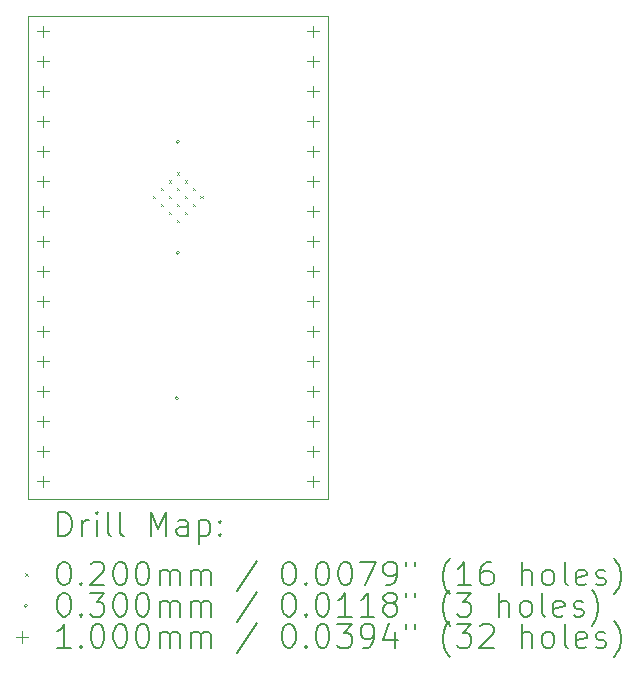
<source format=gbr>
%TF.GenerationSoftware,KiCad,Pcbnew,9.0.6*%
%TF.CreationDate,2026-01-08T16:00:19-06:00*%
%TF.ProjectId,QFN-28_6x6_P0.65,51464e2d-3238-45f3-9678-365f50302e36,rev?*%
%TF.SameCoordinates,Original*%
%TF.FileFunction,Drillmap*%
%TF.FilePolarity,Positive*%
%FSLAX45Y45*%
G04 Gerber Fmt 4.5, Leading zero omitted, Abs format (unit mm)*
G04 Created by KiCad (PCBNEW 9.0.6) date 2026-01-08 16:00:19*
%MOMM*%
%LPD*%
G01*
G04 APERTURE LIST*
%ADD10C,0.050000*%
%ADD11C,0.200000*%
%ADD12C,0.100000*%
G04 APERTURE END LIST*
D10*
X10388600Y-9061623D02*
X12928600Y-9061623D01*
X12928600Y-13151023D01*
X10388600Y-13151023D01*
X10388600Y-9061623D01*
D11*
D12*
X11447075Y-10588323D02*
X11467075Y-10608323D01*
X11467075Y-10588323D02*
X11447075Y-10608323D01*
X11514250Y-10521148D02*
X11534250Y-10541148D01*
X11534250Y-10521148D02*
X11514250Y-10541148D01*
X11514250Y-10655498D02*
X11534250Y-10675498D01*
X11534250Y-10655498D02*
X11514250Y-10675498D01*
X11581425Y-10453973D02*
X11601425Y-10473973D01*
X11601425Y-10453973D02*
X11581425Y-10473973D01*
X11581425Y-10588323D02*
X11601425Y-10608323D01*
X11601425Y-10588323D02*
X11581425Y-10608323D01*
X11581425Y-10722673D02*
X11601425Y-10742673D01*
X11601425Y-10722673D02*
X11581425Y-10742673D01*
X11648600Y-10386798D02*
X11668600Y-10406798D01*
X11668600Y-10386798D02*
X11648600Y-10406798D01*
X11648600Y-10521148D02*
X11668600Y-10541148D01*
X11668600Y-10521148D02*
X11648600Y-10541148D01*
X11648600Y-10655498D02*
X11668600Y-10675498D01*
X11668600Y-10655498D02*
X11648600Y-10675498D01*
X11648600Y-10789848D02*
X11668600Y-10809848D01*
X11668600Y-10789848D02*
X11648600Y-10809848D01*
X11715775Y-10453973D02*
X11735775Y-10473973D01*
X11735775Y-10453973D02*
X11715775Y-10473973D01*
X11715775Y-10588323D02*
X11735775Y-10608323D01*
X11735775Y-10588323D02*
X11715775Y-10608323D01*
X11715775Y-10722673D02*
X11735775Y-10742673D01*
X11735775Y-10722673D02*
X11715775Y-10742673D01*
X11782950Y-10521148D02*
X11802950Y-10541148D01*
X11802950Y-10521148D02*
X11782950Y-10541148D01*
X11782950Y-10655498D02*
X11802950Y-10675498D01*
X11802950Y-10655498D02*
X11782950Y-10675498D01*
X11850125Y-10588323D02*
X11870125Y-10608323D01*
X11870125Y-10588323D02*
X11850125Y-10608323D01*
X11663862Y-12301672D02*
G75*
G02*
X11633862Y-12301672I-15000J0D01*
G01*
X11633862Y-12301672D02*
G75*
G02*
X11663862Y-12301672I15000J0D01*
G01*
X11673600Y-10128423D02*
G75*
G02*
X11643600Y-10128423I-15000J0D01*
G01*
X11643600Y-10128423D02*
G75*
G02*
X11673600Y-10128423I15000J0D01*
G01*
X11673600Y-11068223D02*
G75*
G02*
X11643600Y-11068223I-15000J0D01*
G01*
X11643600Y-11068223D02*
G75*
G02*
X11673600Y-11068223I15000J0D01*
G01*
X10515600Y-9144800D02*
X10515600Y-9244800D01*
X10465600Y-9194800D02*
X10565600Y-9194800D01*
X10515600Y-9398800D02*
X10515600Y-9498800D01*
X10465600Y-9448800D02*
X10565600Y-9448800D01*
X10515600Y-9652800D02*
X10515600Y-9752800D01*
X10465600Y-9702800D02*
X10565600Y-9702800D01*
X10515600Y-9906800D02*
X10515600Y-10006800D01*
X10465600Y-9956800D02*
X10565600Y-9956800D01*
X10515600Y-10160800D02*
X10515600Y-10260800D01*
X10465600Y-10210800D02*
X10565600Y-10210800D01*
X10515600Y-10414800D02*
X10515600Y-10514800D01*
X10465600Y-10464800D02*
X10565600Y-10464800D01*
X10515600Y-10668800D02*
X10515600Y-10768800D01*
X10465600Y-10718800D02*
X10565600Y-10718800D01*
X10515600Y-10922800D02*
X10515600Y-11022800D01*
X10465600Y-10972800D02*
X10565600Y-10972800D01*
X10515600Y-11176800D02*
X10515600Y-11276800D01*
X10465600Y-11226800D02*
X10565600Y-11226800D01*
X10515600Y-11430800D02*
X10515600Y-11530800D01*
X10465600Y-11480800D02*
X10565600Y-11480800D01*
X10515600Y-11684800D02*
X10515600Y-11784800D01*
X10465600Y-11734800D02*
X10565600Y-11734800D01*
X10515600Y-11938800D02*
X10515600Y-12038800D01*
X10465600Y-11988800D02*
X10565600Y-11988800D01*
X10515600Y-12192800D02*
X10515600Y-12292800D01*
X10465600Y-12242800D02*
X10565600Y-12242800D01*
X10515600Y-12446800D02*
X10515600Y-12546800D01*
X10465600Y-12496800D02*
X10565600Y-12496800D01*
X10515600Y-12700800D02*
X10515600Y-12800800D01*
X10465600Y-12750800D02*
X10565600Y-12750800D01*
X10515600Y-12954800D02*
X10515600Y-13054800D01*
X10465600Y-13004800D02*
X10565600Y-13004800D01*
X12801600Y-9144800D02*
X12801600Y-9244800D01*
X12751600Y-9194800D02*
X12851600Y-9194800D01*
X12801600Y-9398800D02*
X12801600Y-9498800D01*
X12751600Y-9448800D02*
X12851600Y-9448800D01*
X12801600Y-9652800D02*
X12801600Y-9752800D01*
X12751600Y-9702800D02*
X12851600Y-9702800D01*
X12801600Y-9906800D02*
X12801600Y-10006800D01*
X12751600Y-9956800D02*
X12851600Y-9956800D01*
X12801600Y-10160800D02*
X12801600Y-10260800D01*
X12751600Y-10210800D02*
X12851600Y-10210800D01*
X12801600Y-10414800D02*
X12801600Y-10514800D01*
X12751600Y-10464800D02*
X12851600Y-10464800D01*
X12801600Y-10668800D02*
X12801600Y-10768800D01*
X12751600Y-10718800D02*
X12851600Y-10718800D01*
X12801600Y-10922800D02*
X12801600Y-11022800D01*
X12751600Y-10972800D02*
X12851600Y-10972800D01*
X12801600Y-11176800D02*
X12801600Y-11276800D01*
X12751600Y-11226800D02*
X12851600Y-11226800D01*
X12801600Y-11430800D02*
X12801600Y-11530800D01*
X12751600Y-11480800D02*
X12851600Y-11480800D01*
X12801600Y-11684800D02*
X12801600Y-11784800D01*
X12751600Y-11734800D02*
X12851600Y-11734800D01*
X12801600Y-11938800D02*
X12801600Y-12038800D01*
X12751600Y-11988800D02*
X12851600Y-11988800D01*
X12801600Y-12192800D02*
X12801600Y-12292800D01*
X12751600Y-12242800D02*
X12851600Y-12242800D01*
X12801600Y-12446800D02*
X12801600Y-12546800D01*
X12751600Y-12496800D02*
X12851600Y-12496800D01*
X12801600Y-12700800D02*
X12801600Y-12800800D01*
X12751600Y-12750800D02*
X12851600Y-12750800D01*
X12801600Y-12954800D02*
X12801600Y-13054800D01*
X12751600Y-13004800D02*
X12851600Y-13004800D01*
D11*
X10646877Y-13465007D02*
X10646877Y-13265007D01*
X10646877Y-13265007D02*
X10694496Y-13265007D01*
X10694496Y-13265007D02*
X10723067Y-13274531D01*
X10723067Y-13274531D02*
X10742115Y-13293578D01*
X10742115Y-13293578D02*
X10751639Y-13312626D01*
X10751639Y-13312626D02*
X10761163Y-13350721D01*
X10761163Y-13350721D02*
X10761163Y-13379292D01*
X10761163Y-13379292D02*
X10751639Y-13417388D01*
X10751639Y-13417388D02*
X10742115Y-13436435D01*
X10742115Y-13436435D02*
X10723067Y-13455483D01*
X10723067Y-13455483D02*
X10694496Y-13465007D01*
X10694496Y-13465007D02*
X10646877Y-13465007D01*
X10846877Y-13465007D02*
X10846877Y-13331673D01*
X10846877Y-13369769D02*
X10856401Y-13350721D01*
X10856401Y-13350721D02*
X10865924Y-13341197D01*
X10865924Y-13341197D02*
X10884972Y-13331673D01*
X10884972Y-13331673D02*
X10904020Y-13331673D01*
X10970686Y-13465007D02*
X10970686Y-13331673D01*
X10970686Y-13265007D02*
X10961163Y-13274531D01*
X10961163Y-13274531D02*
X10970686Y-13284054D01*
X10970686Y-13284054D02*
X10980210Y-13274531D01*
X10980210Y-13274531D02*
X10970686Y-13265007D01*
X10970686Y-13265007D02*
X10970686Y-13284054D01*
X11094496Y-13465007D02*
X11075448Y-13455483D01*
X11075448Y-13455483D02*
X11065924Y-13436435D01*
X11065924Y-13436435D02*
X11065924Y-13265007D01*
X11199258Y-13465007D02*
X11180210Y-13455483D01*
X11180210Y-13455483D02*
X11170686Y-13436435D01*
X11170686Y-13436435D02*
X11170686Y-13265007D01*
X11427829Y-13465007D02*
X11427829Y-13265007D01*
X11427829Y-13265007D02*
X11494496Y-13407864D01*
X11494496Y-13407864D02*
X11561162Y-13265007D01*
X11561162Y-13265007D02*
X11561162Y-13465007D01*
X11742115Y-13465007D02*
X11742115Y-13360245D01*
X11742115Y-13360245D02*
X11732591Y-13341197D01*
X11732591Y-13341197D02*
X11713543Y-13331673D01*
X11713543Y-13331673D02*
X11675448Y-13331673D01*
X11675448Y-13331673D02*
X11656401Y-13341197D01*
X11742115Y-13455483D02*
X11723067Y-13465007D01*
X11723067Y-13465007D02*
X11675448Y-13465007D01*
X11675448Y-13465007D02*
X11656401Y-13455483D01*
X11656401Y-13455483D02*
X11646877Y-13436435D01*
X11646877Y-13436435D02*
X11646877Y-13417388D01*
X11646877Y-13417388D02*
X11656401Y-13398340D01*
X11656401Y-13398340D02*
X11675448Y-13388816D01*
X11675448Y-13388816D02*
X11723067Y-13388816D01*
X11723067Y-13388816D02*
X11742115Y-13379292D01*
X11837353Y-13331673D02*
X11837353Y-13531673D01*
X11837353Y-13341197D02*
X11856401Y-13331673D01*
X11856401Y-13331673D02*
X11894496Y-13331673D01*
X11894496Y-13331673D02*
X11913543Y-13341197D01*
X11913543Y-13341197D02*
X11923067Y-13350721D01*
X11923067Y-13350721D02*
X11932591Y-13369769D01*
X11932591Y-13369769D02*
X11932591Y-13426911D01*
X11932591Y-13426911D02*
X11923067Y-13445959D01*
X11923067Y-13445959D02*
X11913543Y-13455483D01*
X11913543Y-13455483D02*
X11894496Y-13465007D01*
X11894496Y-13465007D02*
X11856401Y-13465007D01*
X11856401Y-13465007D02*
X11837353Y-13455483D01*
X12018305Y-13445959D02*
X12027829Y-13455483D01*
X12027829Y-13455483D02*
X12018305Y-13465007D01*
X12018305Y-13465007D02*
X12008782Y-13455483D01*
X12008782Y-13455483D02*
X12018305Y-13445959D01*
X12018305Y-13445959D02*
X12018305Y-13465007D01*
X12018305Y-13341197D02*
X12027829Y-13350721D01*
X12027829Y-13350721D02*
X12018305Y-13360245D01*
X12018305Y-13360245D02*
X12008782Y-13350721D01*
X12008782Y-13350721D02*
X12018305Y-13341197D01*
X12018305Y-13341197D02*
X12018305Y-13360245D01*
D12*
X10366100Y-13783523D02*
X10386100Y-13803523D01*
X10386100Y-13783523D02*
X10366100Y-13803523D01*
D11*
X10684972Y-13685007D02*
X10704020Y-13685007D01*
X10704020Y-13685007D02*
X10723067Y-13694531D01*
X10723067Y-13694531D02*
X10732591Y-13704054D01*
X10732591Y-13704054D02*
X10742115Y-13723102D01*
X10742115Y-13723102D02*
X10751639Y-13761197D01*
X10751639Y-13761197D02*
X10751639Y-13808816D01*
X10751639Y-13808816D02*
X10742115Y-13846911D01*
X10742115Y-13846911D02*
X10732591Y-13865959D01*
X10732591Y-13865959D02*
X10723067Y-13875483D01*
X10723067Y-13875483D02*
X10704020Y-13885007D01*
X10704020Y-13885007D02*
X10684972Y-13885007D01*
X10684972Y-13885007D02*
X10665924Y-13875483D01*
X10665924Y-13875483D02*
X10656401Y-13865959D01*
X10656401Y-13865959D02*
X10646877Y-13846911D01*
X10646877Y-13846911D02*
X10637353Y-13808816D01*
X10637353Y-13808816D02*
X10637353Y-13761197D01*
X10637353Y-13761197D02*
X10646877Y-13723102D01*
X10646877Y-13723102D02*
X10656401Y-13704054D01*
X10656401Y-13704054D02*
X10665924Y-13694531D01*
X10665924Y-13694531D02*
X10684972Y-13685007D01*
X10837353Y-13865959D02*
X10846877Y-13875483D01*
X10846877Y-13875483D02*
X10837353Y-13885007D01*
X10837353Y-13885007D02*
X10827829Y-13875483D01*
X10827829Y-13875483D02*
X10837353Y-13865959D01*
X10837353Y-13865959D02*
X10837353Y-13885007D01*
X10923067Y-13704054D02*
X10932591Y-13694531D01*
X10932591Y-13694531D02*
X10951639Y-13685007D01*
X10951639Y-13685007D02*
X10999258Y-13685007D01*
X10999258Y-13685007D02*
X11018305Y-13694531D01*
X11018305Y-13694531D02*
X11027829Y-13704054D01*
X11027829Y-13704054D02*
X11037353Y-13723102D01*
X11037353Y-13723102D02*
X11037353Y-13742150D01*
X11037353Y-13742150D02*
X11027829Y-13770721D01*
X11027829Y-13770721D02*
X10913544Y-13885007D01*
X10913544Y-13885007D02*
X11037353Y-13885007D01*
X11161163Y-13685007D02*
X11180210Y-13685007D01*
X11180210Y-13685007D02*
X11199258Y-13694531D01*
X11199258Y-13694531D02*
X11208782Y-13704054D01*
X11208782Y-13704054D02*
X11218305Y-13723102D01*
X11218305Y-13723102D02*
X11227829Y-13761197D01*
X11227829Y-13761197D02*
X11227829Y-13808816D01*
X11227829Y-13808816D02*
X11218305Y-13846911D01*
X11218305Y-13846911D02*
X11208782Y-13865959D01*
X11208782Y-13865959D02*
X11199258Y-13875483D01*
X11199258Y-13875483D02*
X11180210Y-13885007D01*
X11180210Y-13885007D02*
X11161163Y-13885007D01*
X11161163Y-13885007D02*
X11142115Y-13875483D01*
X11142115Y-13875483D02*
X11132591Y-13865959D01*
X11132591Y-13865959D02*
X11123067Y-13846911D01*
X11123067Y-13846911D02*
X11113544Y-13808816D01*
X11113544Y-13808816D02*
X11113544Y-13761197D01*
X11113544Y-13761197D02*
X11123067Y-13723102D01*
X11123067Y-13723102D02*
X11132591Y-13704054D01*
X11132591Y-13704054D02*
X11142115Y-13694531D01*
X11142115Y-13694531D02*
X11161163Y-13685007D01*
X11351639Y-13685007D02*
X11370686Y-13685007D01*
X11370686Y-13685007D02*
X11389734Y-13694531D01*
X11389734Y-13694531D02*
X11399258Y-13704054D01*
X11399258Y-13704054D02*
X11408782Y-13723102D01*
X11408782Y-13723102D02*
X11418305Y-13761197D01*
X11418305Y-13761197D02*
X11418305Y-13808816D01*
X11418305Y-13808816D02*
X11408782Y-13846911D01*
X11408782Y-13846911D02*
X11399258Y-13865959D01*
X11399258Y-13865959D02*
X11389734Y-13875483D01*
X11389734Y-13875483D02*
X11370686Y-13885007D01*
X11370686Y-13885007D02*
X11351639Y-13885007D01*
X11351639Y-13885007D02*
X11332591Y-13875483D01*
X11332591Y-13875483D02*
X11323067Y-13865959D01*
X11323067Y-13865959D02*
X11313543Y-13846911D01*
X11313543Y-13846911D02*
X11304020Y-13808816D01*
X11304020Y-13808816D02*
X11304020Y-13761197D01*
X11304020Y-13761197D02*
X11313543Y-13723102D01*
X11313543Y-13723102D02*
X11323067Y-13704054D01*
X11323067Y-13704054D02*
X11332591Y-13694531D01*
X11332591Y-13694531D02*
X11351639Y-13685007D01*
X11504020Y-13885007D02*
X11504020Y-13751673D01*
X11504020Y-13770721D02*
X11513543Y-13761197D01*
X11513543Y-13761197D02*
X11532591Y-13751673D01*
X11532591Y-13751673D02*
X11561163Y-13751673D01*
X11561163Y-13751673D02*
X11580210Y-13761197D01*
X11580210Y-13761197D02*
X11589734Y-13780245D01*
X11589734Y-13780245D02*
X11589734Y-13885007D01*
X11589734Y-13780245D02*
X11599258Y-13761197D01*
X11599258Y-13761197D02*
X11618305Y-13751673D01*
X11618305Y-13751673D02*
X11646877Y-13751673D01*
X11646877Y-13751673D02*
X11665924Y-13761197D01*
X11665924Y-13761197D02*
X11675448Y-13780245D01*
X11675448Y-13780245D02*
X11675448Y-13885007D01*
X11770686Y-13885007D02*
X11770686Y-13751673D01*
X11770686Y-13770721D02*
X11780210Y-13761197D01*
X11780210Y-13761197D02*
X11799258Y-13751673D01*
X11799258Y-13751673D02*
X11827829Y-13751673D01*
X11827829Y-13751673D02*
X11846877Y-13761197D01*
X11846877Y-13761197D02*
X11856401Y-13780245D01*
X11856401Y-13780245D02*
X11856401Y-13885007D01*
X11856401Y-13780245D02*
X11865924Y-13761197D01*
X11865924Y-13761197D02*
X11884972Y-13751673D01*
X11884972Y-13751673D02*
X11913543Y-13751673D01*
X11913543Y-13751673D02*
X11932591Y-13761197D01*
X11932591Y-13761197D02*
X11942115Y-13780245D01*
X11942115Y-13780245D02*
X11942115Y-13885007D01*
X12332591Y-13675483D02*
X12161163Y-13932626D01*
X12589734Y-13685007D02*
X12608782Y-13685007D01*
X12608782Y-13685007D02*
X12627829Y-13694531D01*
X12627829Y-13694531D02*
X12637353Y-13704054D01*
X12637353Y-13704054D02*
X12646877Y-13723102D01*
X12646877Y-13723102D02*
X12656401Y-13761197D01*
X12656401Y-13761197D02*
X12656401Y-13808816D01*
X12656401Y-13808816D02*
X12646877Y-13846911D01*
X12646877Y-13846911D02*
X12637353Y-13865959D01*
X12637353Y-13865959D02*
X12627829Y-13875483D01*
X12627829Y-13875483D02*
X12608782Y-13885007D01*
X12608782Y-13885007D02*
X12589734Y-13885007D01*
X12589734Y-13885007D02*
X12570686Y-13875483D01*
X12570686Y-13875483D02*
X12561163Y-13865959D01*
X12561163Y-13865959D02*
X12551639Y-13846911D01*
X12551639Y-13846911D02*
X12542115Y-13808816D01*
X12542115Y-13808816D02*
X12542115Y-13761197D01*
X12542115Y-13761197D02*
X12551639Y-13723102D01*
X12551639Y-13723102D02*
X12561163Y-13704054D01*
X12561163Y-13704054D02*
X12570686Y-13694531D01*
X12570686Y-13694531D02*
X12589734Y-13685007D01*
X12742115Y-13865959D02*
X12751639Y-13875483D01*
X12751639Y-13875483D02*
X12742115Y-13885007D01*
X12742115Y-13885007D02*
X12732591Y-13875483D01*
X12732591Y-13875483D02*
X12742115Y-13865959D01*
X12742115Y-13865959D02*
X12742115Y-13885007D01*
X12875448Y-13685007D02*
X12894496Y-13685007D01*
X12894496Y-13685007D02*
X12913544Y-13694531D01*
X12913544Y-13694531D02*
X12923067Y-13704054D01*
X12923067Y-13704054D02*
X12932591Y-13723102D01*
X12932591Y-13723102D02*
X12942115Y-13761197D01*
X12942115Y-13761197D02*
X12942115Y-13808816D01*
X12942115Y-13808816D02*
X12932591Y-13846911D01*
X12932591Y-13846911D02*
X12923067Y-13865959D01*
X12923067Y-13865959D02*
X12913544Y-13875483D01*
X12913544Y-13875483D02*
X12894496Y-13885007D01*
X12894496Y-13885007D02*
X12875448Y-13885007D01*
X12875448Y-13885007D02*
X12856401Y-13875483D01*
X12856401Y-13875483D02*
X12846877Y-13865959D01*
X12846877Y-13865959D02*
X12837353Y-13846911D01*
X12837353Y-13846911D02*
X12827829Y-13808816D01*
X12827829Y-13808816D02*
X12827829Y-13761197D01*
X12827829Y-13761197D02*
X12837353Y-13723102D01*
X12837353Y-13723102D02*
X12846877Y-13704054D01*
X12846877Y-13704054D02*
X12856401Y-13694531D01*
X12856401Y-13694531D02*
X12875448Y-13685007D01*
X13065925Y-13685007D02*
X13084972Y-13685007D01*
X13084972Y-13685007D02*
X13104020Y-13694531D01*
X13104020Y-13694531D02*
X13113544Y-13704054D01*
X13113544Y-13704054D02*
X13123067Y-13723102D01*
X13123067Y-13723102D02*
X13132591Y-13761197D01*
X13132591Y-13761197D02*
X13132591Y-13808816D01*
X13132591Y-13808816D02*
X13123067Y-13846911D01*
X13123067Y-13846911D02*
X13113544Y-13865959D01*
X13113544Y-13865959D02*
X13104020Y-13875483D01*
X13104020Y-13875483D02*
X13084972Y-13885007D01*
X13084972Y-13885007D02*
X13065925Y-13885007D01*
X13065925Y-13885007D02*
X13046877Y-13875483D01*
X13046877Y-13875483D02*
X13037353Y-13865959D01*
X13037353Y-13865959D02*
X13027829Y-13846911D01*
X13027829Y-13846911D02*
X13018306Y-13808816D01*
X13018306Y-13808816D02*
X13018306Y-13761197D01*
X13018306Y-13761197D02*
X13027829Y-13723102D01*
X13027829Y-13723102D02*
X13037353Y-13704054D01*
X13037353Y-13704054D02*
X13046877Y-13694531D01*
X13046877Y-13694531D02*
X13065925Y-13685007D01*
X13199258Y-13685007D02*
X13332591Y-13685007D01*
X13332591Y-13685007D02*
X13246877Y-13885007D01*
X13418306Y-13885007D02*
X13456401Y-13885007D01*
X13456401Y-13885007D02*
X13475448Y-13875483D01*
X13475448Y-13875483D02*
X13484972Y-13865959D01*
X13484972Y-13865959D02*
X13504020Y-13837388D01*
X13504020Y-13837388D02*
X13513544Y-13799292D01*
X13513544Y-13799292D02*
X13513544Y-13723102D01*
X13513544Y-13723102D02*
X13504020Y-13704054D01*
X13504020Y-13704054D02*
X13494496Y-13694531D01*
X13494496Y-13694531D02*
X13475448Y-13685007D01*
X13475448Y-13685007D02*
X13437353Y-13685007D01*
X13437353Y-13685007D02*
X13418306Y-13694531D01*
X13418306Y-13694531D02*
X13408782Y-13704054D01*
X13408782Y-13704054D02*
X13399258Y-13723102D01*
X13399258Y-13723102D02*
X13399258Y-13770721D01*
X13399258Y-13770721D02*
X13408782Y-13789769D01*
X13408782Y-13789769D02*
X13418306Y-13799292D01*
X13418306Y-13799292D02*
X13437353Y-13808816D01*
X13437353Y-13808816D02*
X13475448Y-13808816D01*
X13475448Y-13808816D02*
X13494496Y-13799292D01*
X13494496Y-13799292D02*
X13504020Y-13789769D01*
X13504020Y-13789769D02*
X13513544Y-13770721D01*
X13589734Y-13685007D02*
X13589734Y-13723102D01*
X13665925Y-13685007D02*
X13665925Y-13723102D01*
X13961163Y-13961197D02*
X13951639Y-13951673D01*
X13951639Y-13951673D02*
X13932591Y-13923102D01*
X13932591Y-13923102D02*
X13923068Y-13904054D01*
X13923068Y-13904054D02*
X13913544Y-13875483D01*
X13913544Y-13875483D02*
X13904020Y-13827864D01*
X13904020Y-13827864D02*
X13904020Y-13789769D01*
X13904020Y-13789769D02*
X13913544Y-13742150D01*
X13913544Y-13742150D02*
X13923068Y-13713578D01*
X13923068Y-13713578D02*
X13932591Y-13694531D01*
X13932591Y-13694531D02*
X13951639Y-13665959D01*
X13951639Y-13665959D02*
X13961163Y-13656435D01*
X14142115Y-13885007D02*
X14027829Y-13885007D01*
X14084972Y-13885007D02*
X14084972Y-13685007D01*
X14084972Y-13685007D02*
X14065925Y-13713578D01*
X14065925Y-13713578D02*
X14046877Y-13732626D01*
X14046877Y-13732626D02*
X14027829Y-13742150D01*
X14313544Y-13685007D02*
X14275448Y-13685007D01*
X14275448Y-13685007D02*
X14256401Y-13694531D01*
X14256401Y-13694531D02*
X14246877Y-13704054D01*
X14246877Y-13704054D02*
X14227829Y-13732626D01*
X14227829Y-13732626D02*
X14218306Y-13770721D01*
X14218306Y-13770721D02*
X14218306Y-13846911D01*
X14218306Y-13846911D02*
X14227829Y-13865959D01*
X14227829Y-13865959D02*
X14237353Y-13875483D01*
X14237353Y-13875483D02*
X14256401Y-13885007D01*
X14256401Y-13885007D02*
X14294496Y-13885007D01*
X14294496Y-13885007D02*
X14313544Y-13875483D01*
X14313544Y-13875483D02*
X14323068Y-13865959D01*
X14323068Y-13865959D02*
X14332591Y-13846911D01*
X14332591Y-13846911D02*
X14332591Y-13799292D01*
X14332591Y-13799292D02*
X14323068Y-13780245D01*
X14323068Y-13780245D02*
X14313544Y-13770721D01*
X14313544Y-13770721D02*
X14294496Y-13761197D01*
X14294496Y-13761197D02*
X14256401Y-13761197D01*
X14256401Y-13761197D02*
X14237353Y-13770721D01*
X14237353Y-13770721D02*
X14227829Y-13780245D01*
X14227829Y-13780245D02*
X14218306Y-13799292D01*
X14570687Y-13885007D02*
X14570687Y-13685007D01*
X14656401Y-13885007D02*
X14656401Y-13780245D01*
X14656401Y-13780245D02*
X14646877Y-13761197D01*
X14646877Y-13761197D02*
X14627830Y-13751673D01*
X14627830Y-13751673D02*
X14599258Y-13751673D01*
X14599258Y-13751673D02*
X14580210Y-13761197D01*
X14580210Y-13761197D02*
X14570687Y-13770721D01*
X14780210Y-13885007D02*
X14761163Y-13875483D01*
X14761163Y-13875483D02*
X14751639Y-13865959D01*
X14751639Y-13865959D02*
X14742115Y-13846911D01*
X14742115Y-13846911D02*
X14742115Y-13789769D01*
X14742115Y-13789769D02*
X14751639Y-13770721D01*
X14751639Y-13770721D02*
X14761163Y-13761197D01*
X14761163Y-13761197D02*
X14780210Y-13751673D01*
X14780210Y-13751673D02*
X14808782Y-13751673D01*
X14808782Y-13751673D02*
X14827830Y-13761197D01*
X14827830Y-13761197D02*
X14837353Y-13770721D01*
X14837353Y-13770721D02*
X14846877Y-13789769D01*
X14846877Y-13789769D02*
X14846877Y-13846911D01*
X14846877Y-13846911D02*
X14837353Y-13865959D01*
X14837353Y-13865959D02*
X14827830Y-13875483D01*
X14827830Y-13875483D02*
X14808782Y-13885007D01*
X14808782Y-13885007D02*
X14780210Y-13885007D01*
X14961163Y-13885007D02*
X14942115Y-13875483D01*
X14942115Y-13875483D02*
X14932591Y-13856435D01*
X14932591Y-13856435D02*
X14932591Y-13685007D01*
X15113544Y-13875483D02*
X15094496Y-13885007D01*
X15094496Y-13885007D02*
X15056401Y-13885007D01*
X15056401Y-13885007D02*
X15037353Y-13875483D01*
X15037353Y-13875483D02*
X15027830Y-13856435D01*
X15027830Y-13856435D02*
X15027830Y-13780245D01*
X15027830Y-13780245D02*
X15037353Y-13761197D01*
X15037353Y-13761197D02*
X15056401Y-13751673D01*
X15056401Y-13751673D02*
X15094496Y-13751673D01*
X15094496Y-13751673D02*
X15113544Y-13761197D01*
X15113544Y-13761197D02*
X15123068Y-13780245D01*
X15123068Y-13780245D02*
X15123068Y-13799292D01*
X15123068Y-13799292D02*
X15027830Y-13818340D01*
X15199258Y-13875483D02*
X15218306Y-13885007D01*
X15218306Y-13885007D02*
X15256401Y-13885007D01*
X15256401Y-13885007D02*
X15275449Y-13875483D01*
X15275449Y-13875483D02*
X15284972Y-13856435D01*
X15284972Y-13856435D02*
X15284972Y-13846911D01*
X15284972Y-13846911D02*
X15275449Y-13827864D01*
X15275449Y-13827864D02*
X15256401Y-13818340D01*
X15256401Y-13818340D02*
X15227830Y-13818340D01*
X15227830Y-13818340D02*
X15208782Y-13808816D01*
X15208782Y-13808816D02*
X15199258Y-13789769D01*
X15199258Y-13789769D02*
X15199258Y-13780245D01*
X15199258Y-13780245D02*
X15208782Y-13761197D01*
X15208782Y-13761197D02*
X15227830Y-13751673D01*
X15227830Y-13751673D02*
X15256401Y-13751673D01*
X15256401Y-13751673D02*
X15275449Y-13761197D01*
X15351639Y-13961197D02*
X15361163Y-13951673D01*
X15361163Y-13951673D02*
X15380211Y-13923102D01*
X15380211Y-13923102D02*
X15389734Y-13904054D01*
X15389734Y-13904054D02*
X15399258Y-13875483D01*
X15399258Y-13875483D02*
X15408782Y-13827864D01*
X15408782Y-13827864D02*
X15408782Y-13789769D01*
X15408782Y-13789769D02*
X15399258Y-13742150D01*
X15399258Y-13742150D02*
X15389734Y-13713578D01*
X15389734Y-13713578D02*
X15380211Y-13694531D01*
X15380211Y-13694531D02*
X15361163Y-13665959D01*
X15361163Y-13665959D02*
X15351639Y-13656435D01*
D12*
X10386100Y-14057523D02*
G75*
G02*
X10356100Y-14057523I-15000J0D01*
G01*
X10356100Y-14057523D02*
G75*
G02*
X10386100Y-14057523I15000J0D01*
G01*
D11*
X10684972Y-13949007D02*
X10704020Y-13949007D01*
X10704020Y-13949007D02*
X10723067Y-13958531D01*
X10723067Y-13958531D02*
X10732591Y-13968054D01*
X10732591Y-13968054D02*
X10742115Y-13987102D01*
X10742115Y-13987102D02*
X10751639Y-14025197D01*
X10751639Y-14025197D02*
X10751639Y-14072816D01*
X10751639Y-14072816D02*
X10742115Y-14110911D01*
X10742115Y-14110911D02*
X10732591Y-14129959D01*
X10732591Y-14129959D02*
X10723067Y-14139483D01*
X10723067Y-14139483D02*
X10704020Y-14149007D01*
X10704020Y-14149007D02*
X10684972Y-14149007D01*
X10684972Y-14149007D02*
X10665924Y-14139483D01*
X10665924Y-14139483D02*
X10656401Y-14129959D01*
X10656401Y-14129959D02*
X10646877Y-14110911D01*
X10646877Y-14110911D02*
X10637353Y-14072816D01*
X10637353Y-14072816D02*
X10637353Y-14025197D01*
X10637353Y-14025197D02*
X10646877Y-13987102D01*
X10646877Y-13987102D02*
X10656401Y-13968054D01*
X10656401Y-13968054D02*
X10665924Y-13958531D01*
X10665924Y-13958531D02*
X10684972Y-13949007D01*
X10837353Y-14129959D02*
X10846877Y-14139483D01*
X10846877Y-14139483D02*
X10837353Y-14149007D01*
X10837353Y-14149007D02*
X10827829Y-14139483D01*
X10827829Y-14139483D02*
X10837353Y-14129959D01*
X10837353Y-14129959D02*
X10837353Y-14149007D01*
X10913544Y-13949007D02*
X11037353Y-13949007D01*
X11037353Y-13949007D02*
X10970686Y-14025197D01*
X10970686Y-14025197D02*
X10999258Y-14025197D01*
X10999258Y-14025197D02*
X11018305Y-14034721D01*
X11018305Y-14034721D02*
X11027829Y-14044245D01*
X11027829Y-14044245D02*
X11037353Y-14063292D01*
X11037353Y-14063292D02*
X11037353Y-14110911D01*
X11037353Y-14110911D02*
X11027829Y-14129959D01*
X11027829Y-14129959D02*
X11018305Y-14139483D01*
X11018305Y-14139483D02*
X10999258Y-14149007D01*
X10999258Y-14149007D02*
X10942115Y-14149007D01*
X10942115Y-14149007D02*
X10923067Y-14139483D01*
X10923067Y-14139483D02*
X10913544Y-14129959D01*
X11161163Y-13949007D02*
X11180210Y-13949007D01*
X11180210Y-13949007D02*
X11199258Y-13958531D01*
X11199258Y-13958531D02*
X11208782Y-13968054D01*
X11208782Y-13968054D02*
X11218305Y-13987102D01*
X11218305Y-13987102D02*
X11227829Y-14025197D01*
X11227829Y-14025197D02*
X11227829Y-14072816D01*
X11227829Y-14072816D02*
X11218305Y-14110911D01*
X11218305Y-14110911D02*
X11208782Y-14129959D01*
X11208782Y-14129959D02*
X11199258Y-14139483D01*
X11199258Y-14139483D02*
X11180210Y-14149007D01*
X11180210Y-14149007D02*
X11161163Y-14149007D01*
X11161163Y-14149007D02*
X11142115Y-14139483D01*
X11142115Y-14139483D02*
X11132591Y-14129959D01*
X11132591Y-14129959D02*
X11123067Y-14110911D01*
X11123067Y-14110911D02*
X11113544Y-14072816D01*
X11113544Y-14072816D02*
X11113544Y-14025197D01*
X11113544Y-14025197D02*
X11123067Y-13987102D01*
X11123067Y-13987102D02*
X11132591Y-13968054D01*
X11132591Y-13968054D02*
X11142115Y-13958531D01*
X11142115Y-13958531D02*
X11161163Y-13949007D01*
X11351639Y-13949007D02*
X11370686Y-13949007D01*
X11370686Y-13949007D02*
X11389734Y-13958531D01*
X11389734Y-13958531D02*
X11399258Y-13968054D01*
X11399258Y-13968054D02*
X11408782Y-13987102D01*
X11408782Y-13987102D02*
X11418305Y-14025197D01*
X11418305Y-14025197D02*
X11418305Y-14072816D01*
X11418305Y-14072816D02*
X11408782Y-14110911D01*
X11408782Y-14110911D02*
X11399258Y-14129959D01*
X11399258Y-14129959D02*
X11389734Y-14139483D01*
X11389734Y-14139483D02*
X11370686Y-14149007D01*
X11370686Y-14149007D02*
X11351639Y-14149007D01*
X11351639Y-14149007D02*
X11332591Y-14139483D01*
X11332591Y-14139483D02*
X11323067Y-14129959D01*
X11323067Y-14129959D02*
X11313543Y-14110911D01*
X11313543Y-14110911D02*
X11304020Y-14072816D01*
X11304020Y-14072816D02*
X11304020Y-14025197D01*
X11304020Y-14025197D02*
X11313543Y-13987102D01*
X11313543Y-13987102D02*
X11323067Y-13968054D01*
X11323067Y-13968054D02*
X11332591Y-13958531D01*
X11332591Y-13958531D02*
X11351639Y-13949007D01*
X11504020Y-14149007D02*
X11504020Y-14015673D01*
X11504020Y-14034721D02*
X11513543Y-14025197D01*
X11513543Y-14025197D02*
X11532591Y-14015673D01*
X11532591Y-14015673D02*
X11561163Y-14015673D01*
X11561163Y-14015673D02*
X11580210Y-14025197D01*
X11580210Y-14025197D02*
X11589734Y-14044245D01*
X11589734Y-14044245D02*
X11589734Y-14149007D01*
X11589734Y-14044245D02*
X11599258Y-14025197D01*
X11599258Y-14025197D02*
X11618305Y-14015673D01*
X11618305Y-14015673D02*
X11646877Y-14015673D01*
X11646877Y-14015673D02*
X11665924Y-14025197D01*
X11665924Y-14025197D02*
X11675448Y-14044245D01*
X11675448Y-14044245D02*
X11675448Y-14149007D01*
X11770686Y-14149007D02*
X11770686Y-14015673D01*
X11770686Y-14034721D02*
X11780210Y-14025197D01*
X11780210Y-14025197D02*
X11799258Y-14015673D01*
X11799258Y-14015673D02*
X11827829Y-14015673D01*
X11827829Y-14015673D02*
X11846877Y-14025197D01*
X11846877Y-14025197D02*
X11856401Y-14044245D01*
X11856401Y-14044245D02*
X11856401Y-14149007D01*
X11856401Y-14044245D02*
X11865924Y-14025197D01*
X11865924Y-14025197D02*
X11884972Y-14015673D01*
X11884972Y-14015673D02*
X11913543Y-14015673D01*
X11913543Y-14015673D02*
X11932591Y-14025197D01*
X11932591Y-14025197D02*
X11942115Y-14044245D01*
X11942115Y-14044245D02*
X11942115Y-14149007D01*
X12332591Y-13939483D02*
X12161163Y-14196626D01*
X12589734Y-13949007D02*
X12608782Y-13949007D01*
X12608782Y-13949007D02*
X12627829Y-13958531D01*
X12627829Y-13958531D02*
X12637353Y-13968054D01*
X12637353Y-13968054D02*
X12646877Y-13987102D01*
X12646877Y-13987102D02*
X12656401Y-14025197D01*
X12656401Y-14025197D02*
X12656401Y-14072816D01*
X12656401Y-14072816D02*
X12646877Y-14110911D01*
X12646877Y-14110911D02*
X12637353Y-14129959D01*
X12637353Y-14129959D02*
X12627829Y-14139483D01*
X12627829Y-14139483D02*
X12608782Y-14149007D01*
X12608782Y-14149007D02*
X12589734Y-14149007D01*
X12589734Y-14149007D02*
X12570686Y-14139483D01*
X12570686Y-14139483D02*
X12561163Y-14129959D01*
X12561163Y-14129959D02*
X12551639Y-14110911D01*
X12551639Y-14110911D02*
X12542115Y-14072816D01*
X12542115Y-14072816D02*
X12542115Y-14025197D01*
X12542115Y-14025197D02*
X12551639Y-13987102D01*
X12551639Y-13987102D02*
X12561163Y-13968054D01*
X12561163Y-13968054D02*
X12570686Y-13958531D01*
X12570686Y-13958531D02*
X12589734Y-13949007D01*
X12742115Y-14129959D02*
X12751639Y-14139483D01*
X12751639Y-14139483D02*
X12742115Y-14149007D01*
X12742115Y-14149007D02*
X12732591Y-14139483D01*
X12732591Y-14139483D02*
X12742115Y-14129959D01*
X12742115Y-14129959D02*
X12742115Y-14149007D01*
X12875448Y-13949007D02*
X12894496Y-13949007D01*
X12894496Y-13949007D02*
X12913544Y-13958531D01*
X12913544Y-13958531D02*
X12923067Y-13968054D01*
X12923067Y-13968054D02*
X12932591Y-13987102D01*
X12932591Y-13987102D02*
X12942115Y-14025197D01*
X12942115Y-14025197D02*
X12942115Y-14072816D01*
X12942115Y-14072816D02*
X12932591Y-14110911D01*
X12932591Y-14110911D02*
X12923067Y-14129959D01*
X12923067Y-14129959D02*
X12913544Y-14139483D01*
X12913544Y-14139483D02*
X12894496Y-14149007D01*
X12894496Y-14149007D02*
X12875448Y-14149007D01*
X12875448Y-14149007D02*
X12856401Y-14139483D01*
X12856401Y-14139483D02*
X12846877Y-14129959D01*
X12846877Y-14129959D02*
X12837353Y-14110911D01*
X12837353Y-14110911D02*
X12827829Y-14072816D01*
X12827829Y-14072816D02*
X12827829Y-14025197D01*
X12827829Y-14025197D02*
X12837353Y-13987102D01*
X12837353Y-13987102D02*
X12846877Y-13968054D01*
X12846877Y-13968054D02*
X12856401Y-13958531D01*
X12856401Y-13958531D02*
X12875448Y-13949007D01*
X13132591Y-14149007D02*
X13018306Y-14149007D01*
X13075448Y-14149007D02*
X13075448Y-13949007D01*
X13075448Y-13949007D02*
X13056401Y-13977578D01*
X13056401Y-13977578D02*
X13037353Y-13996626D01*
X13037353Y-13996626D02*
X13018306Y-14006150D01*
X13323067Y-14149007D02*
X13208782Y-14149007D01*
X13265925Y-14149007D02*
X13265925Y-13949007D01*
X13265925Y-13949007D02*
X13246877Y-13977578D01*
X13246877Y-13977578D02*
X13227829Y-13996626D01*
X13227829Y-13996626D02*
X13208782Y-14006150D01*
X13437353Y-14034721D02*
X13418306Y-14025197D01*
X13418306Y-14025197D02*
X13408782Y-14015673D01*
X13408782Y-14015673D02*
X13399258Y-13996626D01*
X13399258Y-13996626D02*
X13399258Y-13987102D01*
X13399258Y-13987102D02*
X13408782Y-13968054D01*
X13408782Y-13968054D02*
X13418306Y-13958531D01*
X13418306Y-13958531D02*
X13437353Y-13949007D01*
X13437353Y-13949007D02*
X13475448Y-13949007D01*
X13475448Y-13949007D02*
X13494496Y-13958531D01*
X13494496Y-13958531D02*
X13504020Y-13968054D01*
X13504020Y-13968054D02*
X13513544Y-13987102D01*
X13513544Y-13987102D02*
X13513544Y-13996626D01*
X13513544Y-13996626D02*
X13504020Y-14015673D01*
X13504020Y-14015673D02*
X13494496Y-14025197D01*
X13494496Y-14025197D02*
X13475448Y-14034721D01*
X13475448Y-14034721D02*
X13437353Y-14034721D01*
X13437353Y-14034721D02*
X13418306Y-14044245D01*
X13418306Y-14044245D02*
X13408782Y-14053769D01*
X13408782Y-14053769D02*
X13399258Y-14072816D01*
X13399258Y-14072816D02*
X13399258Y-14110911D01*
X13399258Y-14110911D02*
X13408782Y-14129959D01*
X13408782Y-14129959D02*
X13418306Y-14139483D01*
X13418306Y-14139483D02*
X13437353Y-14149007D01*
X13437353Y-14149007D02*
X13475448Y-14149007D01*
X13475448Y-14149007D02*
X13494496Y-14139483D01*
X13494496Y-14139483D02*
X13504020Y-14129959D01*
X13504020Y-14129959D02*
X13513544Y-14110911D01*
X13513544Y-14110911D02*
X13513544Y-14072816D01*
X13513544Y-14072816D02*
X13504020Y-14053769D01*
X13504020Y-14053769D02*
X13494496Y-14044245D01*
X13494496Y-14044245D02*
X13475448Y-14034721D01*
X13589734Y-13949007D02*
X13589734Y-13987102D01*
X13665925Y-13949007D02*
X13665925Y-13987102D01*
X13961163Y-14225197D02*
X13951639Y-14215673D01*
X13951639Y-14215673D02*
X13932591Y-14187102D01*
X13932591Y-14187102D02*
X13923068Y-14168054D01*
X13923068Y-14168054D02*
X13913544Y-14139483D01*
X13913544Y-14139483D02*
X13904020Y-14091864D01*
X13904020Y-14091864D02*
X13904020Y-14053769D01*
X13904020Y-14053769D02*
X13913544Y-14006150D01*
X13913544Y-14006150D02*
X13923068Y-13977578D01*
X13923068Y-13977578D02*
X13932591Y-13958531D01*
X13932591Y-13958531D02*
X13951639Y-13929959D01*
X13951639Y-13929959D02*
X13961163Y-13920435D01*
X14018306Y-13949007D02*
X14142115Y-13949007D01*
X14142115Y-13949007D02*
X14075448Y-14025197D01*
X14075448Y-14025197D02*
X14104020Y-14025197D01*
X14104020Y-14025197D02*
X14123068Y-14034721D01*
X14123068Y-14034721D02*
X14132591Y-14044245D01*
X14132591Y-14044245D02*
X14142115Y-14063292D01*
X14142115Y-14063292D02*
X14142115Y-14110911D01*
X14142115Y-14110911D02*
X14132591Y-14129959D01*
X14132591Y-14129959D02*
X14123068Y-14139483D01*
X14123068Y-14139483D02*
X14104020Y-14149007D01*
X14104020Y-14149007D02*
X14046877Y-14149007D01*
X14046877Y-14149007D02*
X14027829Y-14139483D01*
X14027829Y-14139483D02*
X14018306Y-14129959D01*
X14380210Y-14149007D02*
X14380210Y-13949007D01*
X14465925Y-14149007D02*
X14465925Y-14044245D01*
X14465925Y-14044245D02*
X14456401Y-14025197D01*
X14456401Y-14025197D02*
X14437353Y-14015673D01*
X14437353Y-14015673D02*
X14408782Y-14015673D01*
X14408782Y-14015673D02*
X14389734Y-14025197D01*
X14389734Y-14025197D02*
X14380210Y-14034721D01*
X14589734Y-14149007D02*
X14570687Y-14139483D01*
X14570687Y-14139483D02*
X14561163Y-14129959D01*
X14561163Y-14129959D02*
X14551639Y-14110911D01*
X14551639Y-14110911D02*
X14551639Y-14053769D01*
X14551639Y-14053769D02*
X14561163Y-14034721D01*
X14561163Y-14034721D02*
X14570687Y-14025197D01*
X14570687Y-14025197D02*
X14589734Y-14015673D01*
X14589734Y-14015673D02*
X14618306Y-14015673D01*
X14618306Y-14015673D02*
X14637353Y-14025197D01*
X14637353Y-14025197D02*
X14646877Y-14034721D01*
X14646877Y-14034721D02*
X14656401Y-14053769D01*
X14656401Y-14053769D02*
X14656401Y-14110911D01*
X14656401Y-14110911D02*
X14646877Y-14129959D01*
X14646877Y-14129959D02*
X14637353Y-14139483D01*
X14637353Y-14139483D02*
X14618306Y-14149007D01*
X14618306Y-14149007D02*
X14589734Y-14149007D01*
X14770687Y-14149007D02*
X14751639Y-14139483D01*
X14751639Y-14139483D02*
X14742115Y-14120435D01*
X14742115Y-14120435D02*
X14742115Y-13949007D01*
X14923068Y-14139483D02*
X14904020Y-14149007D01*
X14904020Y-14149007D02*
X14865925Y-14149007D01*
X14865925Y-14149007D02*
X14846877Y-14139483D01*
X14846877Y-14139483D02*
X14837353Y-14120435D01*
X14837353Y-14120435D02*
X14837353Y-14044245D01*
X14837353Y-14044245D02*
X14846877Y-14025197D01*
X14846877Y-14025197D02*
X14865925Y-14015673D01*
X14865925Y-14015673D02*
X14904020Y-14015673D01*
X14904020Y-14015673D02*
X14923068Y-14025197D01*
X14923068Y-14025197D02*
X14932591Y-14044245D01*
X14932591Y-14044245D02*
X14932591Y-14063292D01*
X14932591Y-14063292D02*
X14837353Y-14082340D01*
X15008782Y-14139483D02*
X15027830Y-14149007D01*
X15027830Y-14149007D02*
X15065925Y-14149007D01*
X15065925Y-14149007D02*
X15084972Y-14139483D01*
X15084972Y-14139483D02*
X15094496Y-14120435D01*
X15094496Y-14120435D02*
X15094496Y-14110911D01*
X15094496Y-14110911D02*
X15084972Y-14091864D01*
X15084972Y-14091864D02*
X15065925Y-14082340D01*
X15065925Y-14082340D02*
X15037353Y-14082340D01*
X15037353Y-14082340D02*
X15018306Y-14072816D01*
X15018306Y-14072816D02*
X15008782Y-14053769D01*
X15008782Y-14053769D02*
X15008782Y-14044245D01*
X15008782Y-14044245D02*
X15018306Y-14025197D01*
X15018306Y-14025197D02*
X15037353Y-14015673D01*
X15037353Y-14015673D02*
X15065925Y-14015673D01*
X15065925Y-14015673D02*
X15084972Y-14025197D01*
X15161163Y-14225197D02*
X15170687Y-14215673D01*
X15170687Y-14215673D02*
X15189734Y-14187102D01*
X15189734Y-14187102D02*
X15199258Y-14168054D01*
X15199258Y-14168054D02*
X15208782Y-14139483D01*
X15208782Y-14139483D02*
X15218306Y-14091864D01*
X15218306Y-14091864D02*
X15218306Y-14053769D01*
X15218306Y-14053769D02*
X15208782Y-14006150D01*
X15208782Y-14006150D02*
X15199258Y-13977578D01*
X15199258Y-13977578D02*
X15189734Y-13958531D01*
X15189734Y-13958531D02*
X15170687Y-13929959D01*
X15170687Y-13929959D02*
X15161163Y-13920435D01*
D12*
X10336100Y-14271523D02*
X10336100Y-14371523D01*
X10286100Y-14321523D02*
X10386100Y-14321523D01*
D11*
X10751639Y-14413007D02*
X10637353Y-14413007D01*
X10694496Y-14413007D02*
X10694496Y-14213007D01*
X10694496Y-14213007D02*
X10675448Y-14241578D01*
X10675448Y-14241578D02*
X10656401Y-14260626D01*
X10656401Y-14260626D02*
X10637353Y-14270150D01*
X10837353Y-14393959D02*
X10846877Y-14403483D01*
X10846877Y-14403483D02*
X10837353Y-14413007D01*
X10837353Y-14413007D02*
X10827829Y-14403483D01*
X10827829Y-14403483D02*
X10837353Y-14393959D01*
X10837353Y-14393959D02*
X10837353Y-14413007D01*
X10970686Y-14213007D02*
X10989734Y-14213007D01*
X10989734Y-14213007D02*
X11008782Y-14222531D01*
X11008782Y-14222531D02*
X11018305Y-14232054D01*
X11018305Y-14232054D02*
X11027829Y-14251102D01*
X11027829Y-14251102D02*
X11037353Y-14289197D01*
X11037353Y-14289197D02*
X11037353Y-14336816D01*
X11037353Y-14336816D02*
X11027829Y-14374911D01*
X11027829Y-14374911D02*
X11018305Y-14393959D01*
X11018305Y-14393959D02*
X11008782Y-14403483D01*
X11008782Y-14403483D02*
X10989734Y-14413007D01*
X10989734Y-14413007D02*
X10970686Y-14413007D01*
X10970686Y-14413007D02*
X10951639Y-14403483D01*
X10951639Y-14403483D02*
X10942115Y-14393959D01*
X10942115Y-14393959D02*
X10932591Y-14374911D01*
X10932591Y-14374911D02*
X10923067Y-14336816D01*
X10923067Y-14336816D02*
X10923067Y-14289197D01*
X10923067Y-14289197D02*
X10932591Y-14251102D01*
X10932591Y-14251102D02*
X10942115Y-14232054D01*
X10942115Y-14232054D02*
X10951639Y-14222531D01*
X10951639Y-14222531D02*
X10970686Y-14213007D01*
X11161163Y-14213007D02*
X11180210Y-14213007D01*
X11180210Y-14213007D02*
X11199258Y-14222531D01*
X11199258Y-14222531D02*
X11208782Y-14232054D01*
X11208782Y-14232054D02*
X11218305Y-14251102D01*
X11218305Y-14251102D02*
X11227829Y-14289197D01*
X11227829Y-14289197D02*
X11227829Y-14336816D01*
X11227829Y-14336816D02*
X11218305Y-14374911D01*
X11218305Y-14374911D02*
X11208782Y-14393959D01*
X11208782Y-14393959D02*
X11199258Y-14403483D01*
X11199258Y-14403483D02*
X11180210Y-14413007D01*
X11180210Y-14413007D02*
X11161163Y-14413007D01*
X11161163Y-14413007D02*
X11142115Y-14403483D01*
X11142115Y-14403483D02*
X11132591Y-14393959D01*
X11132591Y-14393959D02*
X11123067Y-14374911D01*
X11123067Y-14374911D02*
X11113544Y-14336816D01*
X11113544Y-14336816D02*
X11113544Y-14289197D01*
X11113544Y-14289197D02*
X11123067Y-14251102D01*
X11123067Y-14251102D02*
X11132591Y-14232054D01*
X11132591Y-14232054D02*
X11142115Y-14222531D01*
X11142115Y-14222531D02*
X11161163Y-14213007D01*
X11351639Y-14213007D02*
X11370686Y-14213007D01*
X11370686Y-14213007D02*
X11389734Y-14222531D01*
X11389734Y-14222531D02*
X11399258Y-14232054D01*
X11399258Y-14232054D02*
X11408782Y-14251102D01*
X11408782Y-14251102D02*
X11418305Y-14289197D01*
X11418305Y-14289197D02*
X11418305Y-14336816D01*
X11418305Y-14336816D02*
X11408782Y-14374911D01*
X11408782Y-14374911D02*
X11399258Y-14393959D01*
X11399258Y-14393959D02*
X11389734Y-14403483D01*
X11389734Y-14403483D02*
X11370686Y-14413007D01*
X11370686Y-14413007D02*
X11351639Y-14413007D01*
X11351639Y-14413007D02*
X11332591Y-14403483D01*
X11332591Y-14403483D02*
X11323067Y-14393959D01*
X11323067Y-14393959D02*
X11313543Y-14374911D01*
X11313543Y-14374911D02*
X11304020Y-14336816D01*
X11304020Y-14336816D02*
X11304020Y-14289197D01*
X11304020Y-14289197D02*
X11313543Y-14251102D01*
X11313543Y-14251102D02*
X11323067Y-14232054D01*
X11323067Y-14232054D02*
X11332591Y-14222531D01*
X11332591Y-14222531D02*
X11351639Y-14213007D01*
X11504020Y-14413007D02*
X11504020Y-14279673D01*
X11504020Y-14298721D02*
X11513543Y-14289197D01*
X11513543Y-14289197D02*
X11532591Y-14279673D01*
X11532591Y-14279673D02*
X11561163Y-14279673D01*
X11561163Y-14279673D02*
X11580210Y-14289197D01*
X11580210Y-14289197D02*
X11589734Y-14308245D01*
X11589734Y-14308245D02*
X11589734Y-14413007D01*
X11589734Y-14308245D02*
X11599258Y-14289197D01*
X11599258Y-14289197D02*
X11618305Y-14279673D01*
X11618305Y-14279673D02*
X11646877Y-14279673D01*
X11646877Y-14279673D02*
X11665924Y-14289197D01*
X11665924Y-14289197D02*
X11675448Y-14308245D01*
X11675448Y-14308245D02*
X11675448Y-14413007D01*
X11770686Y-14413007D02*
X11770686Y-14279673D01*
X11770686Y-14298721D02*
X11780210Y-14289197D01*
X11780210Y-14289197D02*
X11799258Y-14279673D01*
X11799258Y-14279673D02*
X11827829Y-14279673D01*
X11827829Y-14279673D02*
X11846877Y-14289197D01*
X11846877Y-14289197D02*
X11856401Y-14308245D01*
X11856401Y-14308245D02*
X11856401Y-14413007D01*
X11856401Y-14308245D02*
X11865924Y-14289197D01*
X11865924Y-14289197D02*
X11884972Y-14279673D01*
X11884972Y-14279673D02*
X11913543Y-14279673D01*
X11913543Y-14279673D02*
X11932591Y-14289197D01*
X11932591Y-14289197D02*
X11942115Y-14308245D01*
X11942115Y-14308245D02*
X11942115Y-14413007D01*
X12332591Y-14203483D02*
X12161163Y-14460626D01*
X12589734Y-14213007D02*
X12608782Y-14213007D01*
X12608782Y-14213007D02*
X12627829Y-14222531D01*
X12627829Y-14222531D02*
X12637353Y-14232054D01*
X12637353Y-14232054D02*
X12646877Y-14251102D01*
X12646877Y-14251102D02*
X12656401Y-14289197D01*
X12656401Y-14289197D02*
X12656401Y-14336816D01*
X12656401Y-14336816D02*
X12646877Y-14374911D01*
X12646877Y-14374911D02*
X12637353Y-14393959D01*
X12637353Y-14393959D02*
X12627829Y-14403483D01*
X12627829Y-14403483D02*
X12608782Y-14413007D01*
X12608782Y-14413007D02*
X12589734Y-14413007D01*
X12589734Y-14413007D02*
X12570686Y-14403483D01*
X12570686Y-14403483D02*
X12561163Y-14393959D01*
X12561163Y-14393959D02*
X12551639Y-14374911D01*
X12551639Y-14374911D02*
X12542115Y-14336816D01*
X12542115Y-14336816D02*
X12542115Y-14289197D01*
X12542115Y-14289197D02*
X12551639Y-14251102D01*
X12551639Y-14251102D02*
X12561163Y-14232054D01*
X12561163Y-14232054D02*
X12570686Y-14222531D01*
X12570686Y-14222531D02*
X12589734Y-14213007D01*
X12742115Y-14393959D02*
X12751639Y-14403483D01*
X12751639Y-14403483D02*
X12742115Y-14413007D01*
X12742115Y-14413007D02*
X12732591Y-14403483D01*
X12732591Y-14403483D02*
X12742115Y-14393959D01*
X12742115Y-14393959D02*
X12742115Y-14413007D01*
X12875448Y-14213007D02*
X12894496Y-14213007D01*
X12894496Y-14213007D02*
X12913544Y-14222531D01*
X12913544Y-14222531D02*
X12923067Y-14232054D01*
X12923067Y-14232054D02*
X12932591Y-14251102D01*
X12932591Y-14251102D02*
X12942115Y-14289197D01*
X12942115Y-14289197D02*
X12942115Y-14336816D01*
X12942115Y-14336816D02*
X12932591Y-14374911D01*
X12932591Y-14374911D02*
X12923067Y-14393959D01*
X12923067Y-14393959D02*
X12913544Y-14403483D01*
X12913544Y-14403483D02*
X12894496Y-14413007D01*
X12894496Y-14413007D02*
X12875448Y-14413007D01*
X12875448Y-14413007D02*
X12856401Y-14403483D01*
X12856401Y-14403483D02*
X12846877Y-14393959D01*
X12846877Y-14393959D02*
X12837353Y-14374911D01*
X12837353Y-14374911D02*
X12827829Y-14336816D01*
X12827829Y-14336816D02*
X12827829Y-14289197D01*
X12827829Y-14289197D02*
X12837353Y-14251102D01*
X12837353Y-14251102D02*
X12846877Y-14232054D01*
X12846877Y-14232054D02*
X12856401Y-14222531D01*
X12856401Y-14222531D02*
X12875448Y-14213007D01*
X13008782Y-14213007D02*
X13132591Y-14213007D01*
X13132591Y-14213007D02*
X13065925Y-14289197D01*
X13065925Y-14289197D02*
X13094496Y-14289197D01*
X13094496Y-14289197D02*
X13113544Y-14298721D01*
X13113544Y-14298721D02*
X13123067Y-14308245D01*
X13123067Y-14308245D02*
X13132591Y-14327292D01*
X13132591Y-14327292D02*
X13132591Y-14374911D01*
X13132591Y-14374911D02*
X13123067Y-14393959D01*
X13123067Y-14393959D02*
X13113544Y-14403483D01*
X13113544Y-14403483D02*
X13094496Y-14413007D01*
X13094496Y-14413007D02*
X13037353Y-14413007D01*
X13037353Y-14413007D02*
X13018306Y-14403483D01*
X13018306Y-14403483D02*
X13008782Y-14393959D01*
X13227829Y-14413007D02*
X13265925Y-14413007D01*
X13265925Y-14413007D02*
X13284972Y-14403483D01*
X13284972Y-14403483D02*
X13294496Y-14393959D01*
X13294496Y-14393959D02*
X13313544Y-14365388D01*
X13313544Y-14365388D02*
X13323067Y-14327292D01*
X13323067Y-14327292D02*
X13323067Y-14251102D01*
X13323067Y-14251102D02*
X13313544Y-14232054D01*
X13313544Y-14232054D02*
X13304020Y-14222531D01*
X13304020Y-14222531D02*
X13284972Y-14213007D01*
X13284972Y-14213007D02*
X13246877Y-14213007D01*
X13246877Y-14213007D02*
X13227829Y-14222531D01*
X13227829Y-14222531D02*
X13218306Y-14232054D01*
X13218306Y-14232054D02*
X13208782Y-14251102D01*
X13208782Y-14251102D02*
X13208782Y-14298721D01*
X13208782Y-14298721D02*
X13218306Y-14317769D01*
X13218306Y-14317769D02*
X13227829Y-14327292D01*
X13227829Y-14327292D02*
X13246877Y-14336816D01*
X13246877Y-14336816D02*
X13284972Y-14336816D01*
X13284972Y-14336816D02*
X13304020Y-14327292D01*
X13304020Y-14327292D02*
X13313544Y-14317769D01*
X13313544Y-14317769D02*
X13323067Y-14298721D01*
X13494496Y-14279673D02*
X13494496Y-14413007D01*
X13446877Y-14203483D02*
X13399258Y-14346340D01*
X13399258Y-14346340D02*
X13523067Y-14346340D01*
X13589734Y-14213007D02*
X13589734Y-14251102D01*
X13665925Y-14213007D02*
X13665925Y-14251102D01*
X13961163Y-14489197D02*
X13951639Y-14479673D01*
X13951639Y-14479673D02*
X13932591Y-14451102D01*
X13932591Y-14451102D02*
X13923068Y-14432054D01*
X13923068Y-14432054D02*
X13913544Y-14403483D01*
X13913544Y-14403483D02*
X13904020Y-14355864D01*
X13904020Y-14355864D02*
X13904020Y-14317769D01*
X13904020Y-14317769D02*
X13913544Y-14270150D01*
X13913544Y-14270150D02*
X13923068Y-14241578D01*
X13923068Y-14241578D02*
X13932591Y-14222531D01*
X13932591Y-14222531D02*
X13951639Y-14193959D01*
X13951639Y-14193959D02*
X13961163Y-14184435D01*
X14018306Y-14213007D02*
X14142115Y-14213007D01*
X14142115Y-14213007D02*
X14075448Y-14289197D01*
X14075448Y-14289197D02*
X14104020Y-14289197D01*
X14104020Y-14289197D02*
X14123068Y-14298721D01*
X14123068Y-14298721D02*
X14132591Y-14308245D01*
X14132591Y-14308245D02*
X14142115Y-14327292D01*
X14142115Y-14327292D02*
X14142115Y-14374911D01*
X14142115Y-14374911D02*
X14132591Y-14393959D01*
X14132591Y-14393959D02*
X14123068Y-14403483D01*
X14123068Y-14403483D02*
X14104020Y-14413007D01*
X14104020Y-14413007D02*
X14046877Y-14413007D01*
X14046877Y-14413007D02*
X14027829Y-14403483D01*
X14027829Y-14403483D02*
X14018306Y-14393959D01*
X14218306Y-14232054D02*
X14227829Y-14222531D01*
X14227829Y-14222531D02*
X14246877Y-14213007D01*
X14246877Y-14213007D02*
X14294496Y-14213007D01*
X14294496Y-14213007D02*
X14313544Y-14222531D01*
X14313544Y-14222531D02*
X14323068Y-14232054D01*
X14323068Y-14232054D02*
X14332591Y-14251102D01*
X14332591Y-14251102D02*
X14332591Y-14270150D01*
X14332591Y-14270150D02*
X14323068Y-14298721D01*
X14323068Y-14298721D02*
X14208782Y-14413007D01*
X14208782Y-14413007D02*
X14332591Y-14413007D01*
X14570687Y-14413007D02*
X14570687Y-14213007D01*
X14656401Y-14413007D02*
X14656401Y-14308245D01*
X14656401Y-14308245D02*
X14646877Y-14289197D01*
X14646877Y-14289197D02*
X14627830Y-14279673D01*
X14627830Y-14279673D02*
X14599258Y-14279673D01*
X14599258Y-14279673D02*
X14580210Y-14289197D01*
X14580210Y-14289197D02*
X14570687Y-14298721D01*
X14780210Y-14413007D02*
X14761163Y-14403483D01*
X14761163Y-14403483D02*
X14751639Y-14393959D01*
X14751639Y-14393959D02*
X14742115Y-14374911D01*
X14742115Y-14374911D02*
X14742115Y-14317769D01*
X14742115Y-14317769D02*
X14751639Y-14298721D01*
X14751639Y-14298721D02*
X14761163Y-14289197D01*
X14761163Y-14289197D02*
X14780210Y-14279673D01*
X14780210Y-14279673D02*
X14808782Y-14279673D01*
X14808782Y-14279673D02*
X14827830Y-14289197D01*
X14827830Y-14289197D02*
X14837353Y-14298721D01*
X14837353Y-14298721D02*
X14846877Y-14317769D01*
X14846877Y-14317769D02*
X14846877Y-14374911D01*
X14846877Y-14374911D02*
X14837353Y-14393959D01*
X14837353Y-14393959D02*
X14827830Y-14403483D01*
X14827830Y-14403483D02*
X14808782Y-14413007D01*
X14808782Y-14413007D02*
X14780210Y-14413007D01*
X14961163Y-14413007D02*
X14942115Y-14403483D01*
X14942115Y-14403483D02*
X14932591Y-14384435D01*
X14932591Y-14384435D02*
X14932591Y-14213007D01*
X15113544Y-14403483D02*
X15094496Y-14413007D01*
X15094496Y-14413007D02*
X15056401Y-14413007D01*
X15056401Y-14413007D02*
X15037353Y-14403483D01*
X15037353Y-14403483D02*
X15027830Y-14384435D01*
X15027830Y-14384435D02*
X15027830Y-14308245D01*
X15027830Y-14308245D02*
X15037353Y-14289197D01*
X15037353Y-14289197D02*
X15056401Y-14279673D01*
X15056401Y-14279673D02*
X15094496Y-14279673D01*
X15094496Y-14279673D02*
X15113544Y-14289197D01*
X15113544Y-14289197D02*
X15123068Y-14308245D01*
X15123068Y-14308245D02*
X15123068Y-14327292D01*
X15123068Y-14327292D02*
X15027830Y-14346340D01*
X15199258Y-14403483D02*
X15218306Y-14413007D01*
X15218306Y-14413007D02*
X15256401Y-14413007D01*
X15256401Y-14413007D02*
X15275449Y-14403483D01*
X15275449Y-14403483D02*
X15284972Y-14384435D01*
X15284972Y-14384435D02*
X15284972Y-14374911D01*
X15284972Y-14374911D02*
X15275449Y-14355864D01*
X15275449Y-14355864D02*
X15256401Y-14346340D01*
X15256401Y-14346340D02*
X15227830Y-14346340D01*
X15227830Y-14346340D02*
X15208782Y-14336816D01*
X15208782Y-14336816D02*
X15199258Y-14317769D01*
X15199258Y-14317769D02*
X15199258Y-14308245D01*
X15199258Y-14308245D02*
X15208782Y-14289197D01*
X15208782Y-14289197D02*
X15227830Y-14279673D01*
X15227830Y-14279673D02*
X15256401Y-14279673D01*
X15256401Y-14279673D02*
X15275449Y-14289197D01*
X15351639Y-14489197D02*
X15361163Y-14479673D01*
X15361163Y-14479673D02*
X15380211Y-14451102D01*
X15380211Y-14451102D02*
X15389734Y-14432054D01*
X15389734Y-14432054D02*
X15399258Y-14403483D01*
X15399258Y-14403483D02*
X15408782Y-14355864D01*
X15408782Y-14355864D02*
X15408782Y-14317769D01*
X15408782Y-14317769D02*
X15399258Y-14270150D01*
X15399258Y-14270150D02*
X15389734Y-14241578D01*
X15389734Y-14241578D02*
X15380211Y-14222531D01*
X15380211Y-14222531D02*
X15361163Y-14193959D01*
X15361163Y-14193959D02*
X15351639Y-14184435D01*
M02*

</source>
